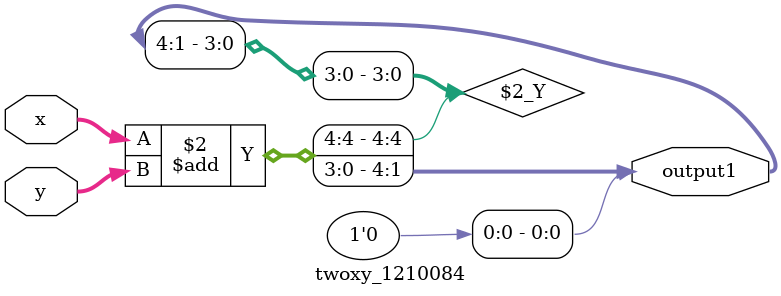
<source format=v>
module twoxy_1210084 (x, y, output1);
    parameter size = 3; 
    input [size-1:0] x,y;
    output [size+1:0] output1;
    
    reg [size+1:0] output1;
    
    always@(*) begin
        output1 = (x + y) << 1;
    end
endmodule
</source>
